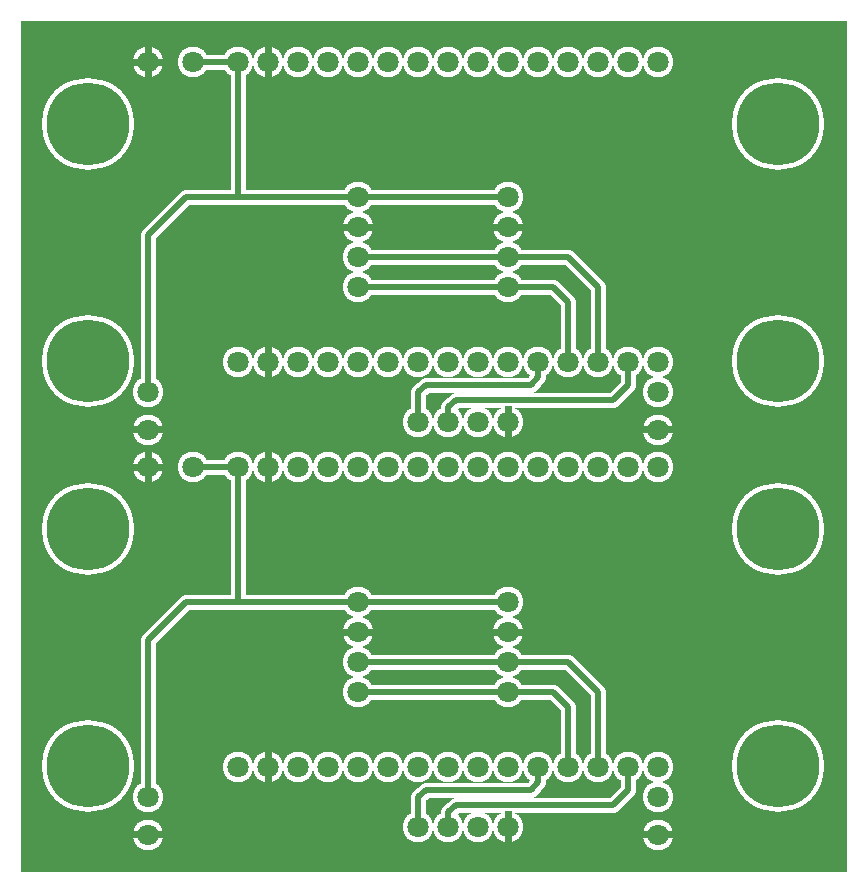
<source format=gbr>
%FSLAX34Y34*%
%MOMM*%
%LNCOPPER_TOP*%
G71*
G01*
%ADD10C, 2.60*%
%ADD11C, 7.80*%
%ADD12C, 1.30*%
%ADD13C, 0.60*%
%ADD14C, 1.80*%
%ADD15C, 7.00*%
%ADD16C, 0.50*%
%LPD*%
G36*
X0Y1000000D02*
X700000Y1000000D01*
X700000Y280000D01*
X0Y280000D01*
X0Y1000000D01*
G37*
%LPC*%
X539750Y965200D02*
G54D10*
D03*
X514350Y965200D02*
G54D10*
D03*
X488950Y965200D02*
G54D10*
D03*
X463550Y965200D02*
G54D10*
D03*
X438150Y965200D02*
G54D10*
D03*
X412750Y965200D02*
G54D10*
D03*
X387350Y965200D02*
G54D10*
D03*
X361950Y965200D02*
G54D10*
D03*
X336550Y965200D02*
G54D10*
D03*
X311150Y965200D02*
G54D10*
D03*
X285750Y965200D02*
G54D10*
D03*
X260350Y965200D02*
G54D10*
D03*
X234950Y965200D02*
G54D10*
D03*
X209550Y965200D02*
G54D10*
D03*
X184150Y965200D02*
G54D10*
D03*
X184150Y711200D02*
G54D10*
D03*
X209550Y711200D02*
G54D10*
D03*
X234950Y711200D02*
G54D10*
D03*
X260350Y711200D02*
G54D10*
D03*
X285750Y711200D02*
G54D10*
D03*
X311150Y711200D02*
G54D10*
D03*
X336550Y711200D02*
G54D10*
D03*
X361950Y711200D02*
G54D10*
D03*
X387350Y711200D02*
G54D10*
D03*
X412750Y711200D02*
G54D10*
D03*
X438150Y711200D02*
G54D10*
D03*
X463550Y711200D02*
G54D10*
D03*
X488950Y711200D02*
G54D10*
D03*
X514350Y711200D02*
G54D10*
D03*
X539750Y711200D02*
G54D10*
D03*
X412750Y660400D02*
G54D10*
D03*
X387350Y660400D02*
G54D10*
D03*
X361950Y660400D02*
G54D10*
D03*
X336550Y660400D02*
G54D10*
D03*
X412750Y850900D02*
G54D10*
D03*
X412750Y825500D02*
G54D10*
D03*
X412750Y800100D02*
G54D10*
D03*
X412750Y774700D02*
G54D10*
D03*
X57150Y912812D02*
G54D11*
D03*
X57150Y712788D02*
G54D11*
D03*
X641350Y712788D02*
G54D11*
D03*
X641350Y912812D02*
G54D11*
D03*
X209550Y965200D02*
G54D10*
D03*
X412750Y660400D02*
G54D10*
D03*
X412750Y825500D02*
G54D10*
D03*
X209550Y711200D02*
G54D10*
D03*
G54D12*
X184150Y965200D02*
X184150Y850900D01*
X412750Y850900D01*
G54D12*
X412750Y774700D02*
X450850Y774700D01*
X463550Y762000D01*
X463550Y711200D01*
G54D12*
X412750Y800100D02*
X463550Y800100D01*
X488950Y774700D01*
X488950Y711200D01*
X285750Y850900D02*
G54D10*
D03*
X285750Y825500D02*
G54D10*
D03*
X285750Y800100D02*
G54D10*
D03*
X285750Y774700D02*
G54D10*
D03*
G54D12*
X285750Y800100D02*
X412750Y800100D01*
G54D12*
X285750Y774700D02*
X412750Y774700D01*
G54D12*
X336550Y660400D02*
X336550Y685800D01*
X342900Y692150D01*
X431800Y692150D01*
X438150Y698500D01*
X438150Y711200D01*
G54D12*
X361950Y660400D02*
X361950Y673100D01*
X368300Y679450D01*
X501650Y679450D01*
X514350Y692150D01*
X514350Y711200D01*
X285750Y825500D02*
G54D10*
D03*
X107950Y685800D02*
G54D10*
D03*
X107950Y654050D02*
G54D10*
D03*
G54D12*
X107950Y685800D02*
X107950Y819150D01*
X139700Y850900D01*
X184150Y850900D01*
X107950Y965200D02*
G54D10*
D03*
X146050Y965200D02*
G54D10*
D03*
G54D12*
X146050Y965200D02*
X184150Y965200D01*
X539750Y685800D02*
G54D10*
D03*
X539750Y654050D02*
G54D10*
D03*
X539750Y622300D02*
G54D10*
D03*
X514350Y622300D02*
G54D10*
D03*
X488950Y622300D02*
G54D10*
D03*
X463550Y622300D02*
G54D10*
D03*
X438150Y622300D02*
G54D10*
D03*
X412750Y622300D02*
G54D10*
D03*
X387350Y622300D02*
G54D10*
D03*
X361950Y622300D02*
G54D10*
D03*
X336550Y622300D02*
G54D10*
D03*
X311150Y622300D02*
G54D10*
D03*
X285750Y622300D02*
G54D10*
D03*
X260350Y622300D02*
G54D10*
D03*
X234950Y622300D02*
G54D10*
D03*
X209550Y622300D02*
G54D10*
D03*
X184150Y622300D02*
G54D10*
D03*
X184150Y368300D02*
G54D10*
D03*
X209550Y368300D02*
G54D10*
D03*
X234950Y368300D02*
G54D10*
D03*
X260350Y368300D02*
G54D10*
D03*
X285750Y368300D02*
G54D10*
D03*
X311150Y368300D02*
G54D10*
D03*
X336550Y368300D02*
G54D10*
D03*
X361950Y368300D02*
G54D10*
D03*
X387350Y368300D02*
G54D10*
D03*
X412750Y368300D02*
G54D10*
D03*
X438150Y368300D02*
G54D10*
D03*
X463550Y368300D02*
G54D10*
D03*
X488950Y368300D02*
G54D10*
D03*
X514350Y368300D02*
G54D10*
D03*
X539750Y368300D02*
G54D10*
D03*
X412750Y317500D02*
G54D10*
D03*
X387350Y317500D02*
G54D10*
D03*
X361950Y317500D02*
G54D10*
D03*
X336550Y317500D02*
G54D10*
D03*
X412750Y508000D02*
G54D10*
D03*
X412750Y482600D02*
G54D10*
D03*
X412750Y457200D02*
G54D10*
D03*
X412750Y431800D02*
G54D10*
D03*
X57150Y569912D02*
G54D11*
D03*
X57150Y369888D02*
G54D11*
D03*
X641350Y369888D02*
G54D11*
D03*
X641350Y569912D02*
G54D11*
D03*
X209550Y622300D02*
G54D10*
D03*
X412750Y317500D02*
G54D10*
D03*
X412750Y482600D02*
G54D10*
D03*
X209550Y368300D02*
G54D10*
D03*
G54D12*
X184150Y622300D02*
X184150Y508000D01*
X412750Y508000D01*
G54D12*
X412750Y431800D02*
X450850Y431800D01*
X463550Y419100D01*
X463550Y368300D01*
G54D12*
X412750Y457200D02*
X463550Y457200D01*
X488950Y431800D01*
X488950Y368300D01*
X285750Y508000D02*
G54D10*
D03*
X285750Y482600D02*
G54D10*
D03*
X285750Y457200D02*
G54D10*
D03*
X285750Y431800D02*
G54D10*
D03*
G54D12*
X285750Y457200D02*
X412750Y457200D01*
G54D12*
X285750Y431800D02*
X412750Y431800D01*
G54D12*
X336550Y317500D02*
X336550Y342900D01*
X342900Y349250D01*
X431800Y349250D01*
X438150Y355600D01*
X438150Y368300D01*
G54D12*
X361950Y317500D02*
X361950Y330200D01*
X368300Y336550D01*
X501650Y336550D01*
X514350Y349250D01*
X514350Y368300D01*
X285750Y482600D02*
G54D10*
D03*
X107950Y342900D02*
G54D10*
D03*
X107950Y311150D02*
G54D10*
D03*
G54D12*
X107950Y342900D02*
X107950Y476250D01*
X139700Y508000D01*
X184150Y508000D01*
X107950Y622300D02*
G54D10*
D03*
X146050Y622300D02*
G54D10*
D03*
G54D12*
X146050Y622300D02*
X184150Y622300D01*
X539750Y342900D02*
G54D10*
D03*
X539750Y311150D02*
G54D10*
D03*
%LPD*%
G54D13*
G36*
X206550Y965200D02*
X206550Y978700D01*
X212550Y978700D01*
X212550Y965200D01*
X206550Y965200D01*
G37*
G36*
X212550Y965200D02*
X212550Y951700D01*
X206550Y951700D01*
X206550Y965200D01*
X212550Y965200D01*
G37*
G54D13*
G36*
X415750Y660400D02*
X415750Y646900D01*
X409750Y646900D01*
X409750Y660400D01*
X415750Y660400D01*
G37*
G36*
X409750Y660400D02*
X409750Y673900D01*
X415750Y673900D01*
X415750Y660400D01*
X409750Y660400D01*
G37*
G54D13*
G36*
X412750Y828500D02*
X426250Y828500D01*
X426250Y822500D01*
X412750Y822500D01*
X412750Y828500D01*
G37*
G36*
X412750Y822500D02*
X399250Y822500D01*
X399250Y828500D01*
X412750Y828500D01*
X412750Y822500D01*
G37*
G54D13*
G36*
X206550Y711200D02*
X206550Y724700D01*
X212550Y724700D01*
X212550Y711200D01*
X206550Y711200D01*
G37*
G36*
X212550Y711200D02*
X212550Y697700D01*
X206550Y697700D01*
X206550Y711200D01*
X212550Y711200D01*
G37*
G54D13*
G36*
X285750Y828500D02*
X299250Y828500D01*
X299250Y822500D01*
X285750Y822500D01*
X285750Y828500D01*
G37*
G36*
X285750Y822500D02*
X272250Y822500D01*
X272250Y828500D01*
X285750Y828500D01*
X285750Y822500D01*
G37*
G54D13*
G36*
X107950Y657050D02*
X121450Y657050D01*
X121450Y651050D01*
X107950Y651050D01*
X107950Y657050D01*
G37*
G36*
X107950Y651050D02*
X94450Y651050D01*
X94450Y657050D01*
X107950Y657050D01*
X107950Y651050D01*
G37*
G54D13*
G36*
X104950Y965200D02*
X104950Y978700D01*
X110950Y978700D01*
X110950Y965200D01*
X104950Y965200D01*
G37*
G36*
X107950Y968200D02*
X121450Y968200D01*
X121450Y962200D01*
X107950Y962200D01*
X107950Y968200D01*
G37*
G36*
X110950Y965200D02*
X110950Y951700D01*
X104950Y951700D01*
X104950Y965200D01*
X110950Y965200D01*
G37*
G36*
X107950Y962200D02*
X94450Y962200D01*
X94450Y968200D01*
X107950Y968200D01*
X107950Y962200D01*
G37*
G54D13*
G36*
X539750Y657050D02*
X553250Y657050D01*
X553250Y651050D01*
X539750Y651050D01*
X539750Y657050D01*
G37*
G36*
X539750Y651050D02*
X526250Y651050D01*
X526250Y657050D01*
X539750Y657050D01*
X539750Y651050D01*
G37*
G54D13*
G36*
X206550Y622300D02*
X206550Y635800D01*
X212550Y635800D01*
X212550Y622300D01*
X206550Y622300D01*
G37*
G36*
X212550Y622300D02*
X212550Y608800D01*
X206550Y608800D01*
X206550Y622300D01*
X212550Y622300D01*
G37*
G54D13*
G36*
X415750Y317500D02*
X415750Y304000D01*
X409750Y304000D01*
X409750Y317500D01*
X415750Y317500D01*
G37*
G36*
X409750Y317500D02*
X409750Y331000D01*
X415750Y331000D01*
X415750Y317500D01*
X409750Y317500D01*
G37*
G54D13*
G36*
X412750Y485600D02*
X426250Y485600D01*
X426250Y479600D01*
X412750Y479600D01*
X412750Y485600D01*
G37*
G36*
X412750Y479600D02*
X399250Y479600D01*
X399250Y485600D01*
X412750Y485600D01*
X412750Y479600D01*
G37*
G54D13*
G36*
X206550Y368300D02*
X206550Y381800D01*
X212550Y381800D01*
X212550Y368300D01*
X206550Y368300D01*
G37*
G36*
X212550Y368300D02*
X212550Y354800D01*
X206550Y354800D01*
X206550Y368300D01*
X212550Y368300D01*
G37*
G54D13*
G36*
X285750Y485600D02*
X299250Y485600D01*
X299250Y479600D01*
X285750Y479600D01*
X285750Y485600D01*
G37*
G36*
X285750Y479600D02*
X272250Y479600D01*
X272250Y485600D01*
X285750Y485600D01*
X285750Y479600D01*
G37*
G54D13*
G36*
X107950Y314150D02*
X121450Y314150D01*
X121450Y308150D01*
X107950Y308150D01*
X107950Y314150D01*
G37*
G36*
X107950Y308150D02*
X94450Y308150D01*
X94450Y314150D01*
X107950Y314150D01*
X107950Y308150D01*
G37*
G54D13*
G36*
X104950Y622300D02*
X104950Y635800D01*
X110950Y635800D01*
X110950Y622300D01*
X104950Y622300D01*
G37*
G36*
X107950Y625300D02*
X121450Y625300D01*
X121450Y619300D01*
X107950Y619300D01*
X107950Y625300D01*
G37*
G36*
X110950Y622300D02*
X110950Y608800D01*
X104950Y608800D01*
X104950Y622300D01*
X110950Y622300D01*
G37*
G36*
X107950Y619300D02*
X94450Y619300D01*
X94450Y625300D01*
X107950Y625300D01*
X107950Y619300D01*
G37*
G54D13*
G36*
X539750Y314150D02*
X553250Y314150D01*
X553250Y308150D01*
X539750Y308150D01*
X539750Y314150D01*
G37*
G36*
X539750Y308150D02*
X526250Y308150D01*
X526250Y314150D01*
X539750Y314150D01*
X539750Y308150D01*
G37*
X539750Y965200D02*
G54D14*
D03*
X514350Y965200D02*
G54D14*
D03*
X488950Y965200D02*
G54D14*
D03*
X463550Y965200D02*
G54D14*
D03*
X438150Y965200D02*
G54D14*
D03*
X412750Y965200D02*
G54D14*
D03*
X387350Y965200D02*
G54D14*
D03*
X361950Y965200D02*
G54D14*
D03*
X336550Y965200D02*
G54D14*
D03*
X311150Y965200D02*
G54D14*
D03*
X285750Y965200D02*
G54D14*
D03*
X260350Y965200D02*
G54D14*
D03*
X234950Y965200D02*
G54D14*
D03*
X209550Y965200D02*
G54D14*
D03*
X184150Y965200D02*
G54D14*
D03*
X184150Y711200D02*
G54D14*
D03*
X209550Y711200D02*
G54D14*
D03*
X234950Y711200D02*
G54D14*
D03*
X260350Y711200D02*
G54D14*
D03*
X285750Y711200D02*
G54D14*
D03*
X311150Y711200D02*
G54D14*
D03*
X336550Y711200D02*
G54D14*
D03*
X361950Y711200D02*
G54D14*
D03*
X387350Y711200D02*
G54D14*
D03*
X412750Y711200D02*
G54D14*
D03*
X438150Y711200D02*
G54D14*
D03*
X463550Y711200D02*
G54D14*
D03*
X488950Y711200D02*
G54D14*
D03*
X514350Y711200D02*
G54D14*
D03*
X539750Y711200D02*
G54D14*
D03*
X412750Y660400D02*
G54D14*
D03*
X387350Y660400D02*
G54D14*
D03*
X361950Y660400D02*
G54D14*
D03*
X336550Y660400D02*
G54D14*
D03*
X412750Y850900D02*
G54D14*
D03*
X412750Y825500D02*
G54D14*
D03*
X412750Y800100D02*
G54D14*
D03*
X412750Y774700D02*
G54D14*
D03*
X57150Y912812D02*
G54D15*
D03*
X57150Y712788D02*
G54D15*
D03*
X641350Y712788D02*
G54D15*
D03*
X641350Y912812D02*
G54D15*
D03*
X209550Y965200D02*
G54D14*
D03*
X412750Y660400D02*
G54D14*
D03*
X412750Y825500D02*
G54D14*
D03*
X209550Y711200D02*
G54D14*
D03*
G54D16*
X184150Y965200D02*
X184150Y850900D01*
X412750Y850900D01*
G54D16*
X412750Y774700D02*
X450850Y774700D01*
X463550Y762000D01*
X463550Y711200D01*
G54D16*
X412750Y800100D02*
X463550Y800100D01*
X488950Y774700D01*
X488950Y711200D01*
X285750Y850900D02*
G54D14*
D03*
X285750Y825500D02*
G54D14*
D03*
X285750Y800100D02*
G54D14*
D03*
X285750Y774700D02*
G54D14*
D03*
G54D16*
X285750Y800100D02*
X412750Y800100D01*
G54D16*
X285750Y774700D02*
X412750Y774700D01*
G54D16*
X336550Y660400D02*
X336550Y685800D01*
X342900Y692150D01*
X431800Y692150D01*
X438150Y698500D01*
X438150Y711200D01*
G54D16*
X361950Y660400D02*
X361950Y673100D01*
X368300Y679450D01*
X501650Y679450D01*
X514350Y692150D01*
X514350Y711200D01*
X285750Y825500D02*
G54D14*
D03*
X107950Y685800D02*
G54D14*
D03*
X107950Y654050D02*
G54D14*
D03*
G54D16*
X107950Y685800D02*
X107950Y819150D01*
X139700Y850900D01*
X184150Y850900D01*
X107950Y965200D02*
G54D14*
D03*
X146050Y965200D02*
G54D14*
D03*
G54D16*
X146050Y965200D02*
X184150Y965200D01*
X539750Y685800D02*
G54D14*
D03*
X539750Y654050D02*
G54D14*
D03*
X539750Y622300D02*
G54D14*
D03*
X514350Y622300D02*
G54D14*
D03*
X488950Y622300D02*
G54D14*
D03*
X463550Y622300D02*
G54D14*
D03*
X438150Y622300D02*
G54D14*
D03*
X412750Y622300D02*
G54D14*
D03*
X387350Y622300D02*
G54D14*
D03*
X361950Y622300D02*
G54D14*
D03*
X336550Y622300D02*
G54D14*
D03*
X311150Y622300D02*
G54D14*
D03*
X285750Y622300D02*
G54D14*
D03*
X260350Y622300D02*
G54D14*
D03*
X234950Y622300D02*
G54D14*
D03*
X209550Y622300D02*
G54D14*
D03*
X184150Y622300D02*
G54D14*
D03*
X184150Y368300D02*
G54D14*
D03*
X209550Y368300D02*
G54D14*
D03*
X234950Y368300D02*
G54D14*
D03*
X260350Y368300D02*
G54D14*
D03*
X285750Y368300D02*
G54D14*
D03*
X311150Y368300D02*
G54D14*
D03*
X336550Y368300D02*
G54D14*
D03*
X361950Y368300D02*
G54D14*
D03*
X387350Y368300D02*
G54D14*
D03*
X412750Y368300D02*
G54D14*
D03*
X438150Y368300D02*
G54D14*
D03*
X463550Y368300D02*
G54D14*
D03*
X488950Y368300D02*
G54D14*
D03*
X514350Y368300D02*
G54D14*
D03*
X539750Y368300D02*
G54D14*
D03*
X412750Y317500D02*
G54D14*
D03*
X387350Y317500D02*
G54D14*
D03*
X361950Y317500D02*
G54D14*
D03*
X336550Y317500D02*
G54D14*
D03*
X412750Y508000D02*
G54D14*
D03*
X412750Y482600D02*
G54D14*
D03*
X412750Y457200D02*
G54D14*
D03*
X412750Y431800D02*
G54D14*
D03*
X57150Y569912D02*
G54D15*
D03*
X57150Y369888D02*
G54D15*
D03*
X641350Y369888D02*
G54D15*
D03*
X641350Y569912D02*
G54D15*
D03*
X209550Y622300D02*
G54D14*
D03*
X412750Y317500D02*
G54D14*
D03*
X412750Y482600D02*
G54D14*
D03*
X209550Y368300D02*
G54D14*
D03*
G54D16*
X184150Y622300D02*
X184150Y508000D01*
X412750Y508000D01*
G54D16*
X412750Y431800D02*
X450850Y431800D01*
X463550Y419100D01*
X463550Y368300D01*
G54D16*
X412750Y457200D02*
X463550Y457200D01*
X488950Y431800D01*
X488950Y368300D01*
X285750Y508000D02*
G54D14*
D03*
X285750Y482600D02*
G54D14*
D03*
X285750Y457200D02*
G54D14*
D03*
X285750Y431800D02*
G54D14*
D03*
G54D16*
X285750Y457200D02*
X412750Y457200D01*
G54D16*
X285750Y431800D02*
X412750Y431800D01*
G54D16*
X336550Y317500D02*
X336550Y342900D01*
X342900Y349250D01*
X431800Y349250D01*
X438150Y355600D01*
X438150Y368300D01*
G54D16*
X361950Y317500D02*
X361950Y330200D01*
X368300Y336550D01*
X501650Y336550D01*
X514350Y349250D01*
X514350Y368300D01*
X285750Y482600D02*
G54D14*
D03*
X107950Y342900D02*
G54D14*
D03*
X107950Y311150D02*
G54D14*
D03*
G54D16*
X107950Y342900D02*
X107950Y476250D01*
X139700Y508000D01*
X184150Y508000D01*
X107950Y622300D02*
G54D14*
D03*
X146050Y622300D02*
G54D14*
D03*
G54D16*
X146050Y622300D02*
X184150Y622300D01*
X539750Y342900D02*
G54D14*
D03*
X539750Y311150D02*
G54D14*
D03*
M02*

</source>
